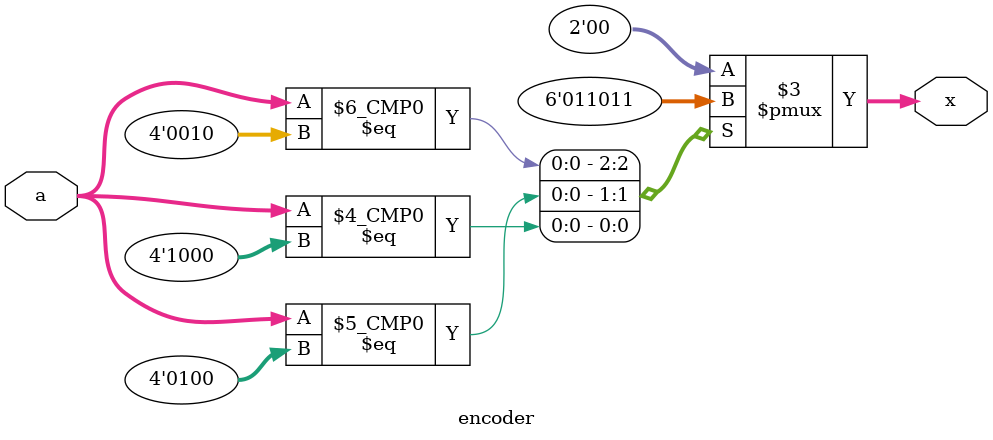
<source format=v>
module encoder(
  input [3:0]a,
  output reg [1:0]x);
  always@(*)
  begin
    case(a)
      4'h1: x=2'h0;
      4'h2: x=2'h1;
      4'h4: x=2'h2;
      4'h8: x=2'h3;

      default: x=2'h0;
    endcase
end 
endmodule



</source>
